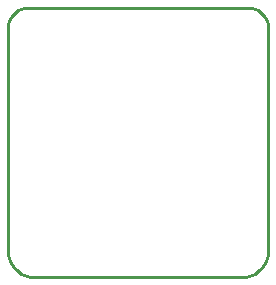
<source format=gm1>
G04*
G04 #@! TF.GenerationSoftware,Altium Limited,Altium Designer,19.1.9 (167)*
G04*
G04 Layer_Color=16711935*
%FSLAX25Y25*%
%MOIN*%
G70*
G01*
G75*
%ADD13C,0.01000*%
D13*
X322835Y228346D02*
X322896Y227340D01*
X323077Y226349D01*
X323377Y225387D01*
X323791Y224468D01*
X324312Y223605D01*
X324934Y222812D01*
X325646Y222099D01*
X326440Y221477D01*
X327302Y220956D01*
X328221Y220542D01*
X329184Y220243D01*
X330175Y220061D01*
X331181Y220000D01*
X329185Y309500D02*
X328191Y309422D01*
X327223Y309189D01*
X326302Y308808D01*
X325452Y308287D01*
X324694Y307640D01*
X324047Y306882D01*
X323527Y306032D01*
X323145Y305112D01*
X322913Y304143D01*
X322835Y303150D01*
X409449Y303150D02*
X409371Y304143D01*
X409138Y305112D01*
X408757Y306033D01*
X408236Y306882D01*
X407589Y307640D01*
X406831Y308287D01*
X405981Y308808D01*
X405061Y309189D01*
X404092Y309422D01*
X403098Y309500D01*
X401102Y220000D02*
X402108Y220061D01*
X403100Y220243D01*
X404062Y220542D01*
X404981Y220956D01*
X405844Y221477D01*
X406637Y222099D01*
X407350Y222812D01*
X407971Y223605D01*
X408493Y224468D01*
X408906Y225387D01*
X409206Y226349D01*
X409388Y227340D01*
X409449Y228346D01*
X322835Y303150D02*
X322835Y228346D01*
X329185Y309500D02*
X403098Y309500D01*
X409449Y303150D02*
X409449Y228346D01*
X331181Y220000D02*
X401102Y220000D01*
M02*

</source>
